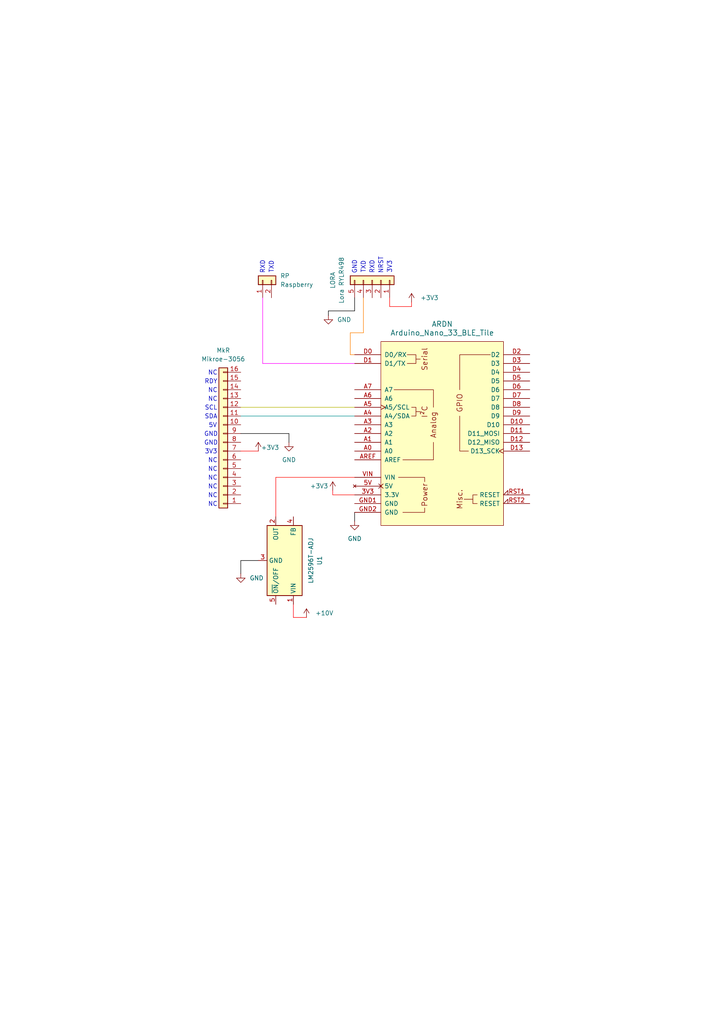
<source format=kicad_sch>
(kicad_sch
	(version 20250114)
	(generator "eeschema")
	(generator_version "9.0")
	(uuid "f7585f46-fe39-463d-b0d9-212ba2b7ee96")
	(paper "A4" portrait)
	(title_block
		(title "ModuloA")
		(date "2025-11-29")
	)
	(lib_symbols
		(symbol "Connector_Generic:Conn_01x02"
			(pin_names
				(offset 1.016)
				(hide yes)
			)
			(exclude_from_sim no)
			(in_bom yes)
			(on_board yes)
			(property "Reference" "J"
				(at 0 2.54 0)
				(effects
					(font
						(size 1.27 1.27)
					)
				)
			)
			(property "Value" "Conn_01x02"
				(at 0 -5.08 0)
				(effects
					(font
						(size 1.27 1.27)
					)
				)
			)
			(property "Footprint" ""
				(at 0 0 0)
				(effects
					(font
						(size 1.27 1.27)
					)
					(hide yes)
				)
			)
			(property "Datasheet" "~"
				(at 0 0 0)
				(effects
					(font
						(size 1.27 1.27)
					)
					(hide yes)
				)
			)
			(property "Description" "Generic connector, single row, 01x02, script generated (kicad-library-utils/schlib/autogen/connector/)"
				(at 0 0 0)
				(effects
					(font
						(size 1.27 1.27)
					)
					(hide yes)
				)
			)
			(property "ki_keywords" "connector"
				(at 0 0 0)
				(effects
					(font
						(size 1.27 1.27)
					)
					(hide yes)
				)
			)
			(property "ki_fp_filters" "Connector*:*_1x??_*"
				(at 0 0 0)
				(effects
					(font
						(size 1.27 1.27)
					)
					(hide yes)
				)
			)
			(symbol "Conn_01x02_1_1"
				(rectangle
					(start -1.27 1.27)
					(end 1.27 -3.81)
					(stroke
						(width 0.254)
						(type default)
					)
					(fill
						(type background)
					)
				)
				(rectangle
					(start -1.27 0.127)
					(end 0 -0.127)
					(stroke
						(width 0.1524)
						(type default)
					)
					(fill
						(type none)
					)
				)
				(rectangle
					(start -1.27 -2.413)
					(end 0 -2.667)
					(stroke
						(width 0.1524)
						(type default)
					)
					(fill
						(type none)
					)
				)
				(pin passive line
					(at -5.08 0 0)
					(length 3.81)
					(name "Pin_1"
						(effects
							(font
								(size 1.27 1.27)
							)
						)
					)
					(number "1"
						(effects
							(font
								(size 1.27 1.27)
							)
						)
					)
				)
				(pin passive line
					(at -5.08 -2.54 0)
					(length 3.81)
					(name "Pin_2"
						(effects
							(font
								(size 1.27 1.27)
							)
						)
					)
					(number "2"
						(effects
							(font
								(size 1.27 1.27)
							)
						)
					)
				)
			)
			(embedded_fonts no)
		)
		(symbol "Connector_Generic:Conn_01x05"
			(pin_names
				(offset 1.016)
				(hide yes)
			)
			(exclude_from_sim no)
			(in_bom yes)
			(on_board yes)
			(property "Reference" "J"
				(at 0 7.62 0)
				(effects
					(font
						(size 1.27 1.27)
					)
				)
			)
			(property "Value" "Conn_01x05"
				(at 0 -7.62 0)
				(effects
					(font
						(size 1.27 1.27)
					)
				)
			)
			(property "Footprint" ""
				(at 0 0 0)
				(effects
					(font
						(size 1.27 1.27)
					)
					(hide yes)
				)
			)
			(property "Datasheet" "~"
				(at 0 0 0)
				(effects
					(font
						(size 1.27 1.27)
					)
					(hide yes)
				)
			)
			(property "Description" "Generic connector, single row, 01x05, script generated (kicad-library-utils/schlib/autogen/connector/)"
				(at 0 0 0)
				(effects
					(font
						(size 1.27 1.27)
					)
					(hide yes)
				)
			)
			(property "ki_keywords" "connector"
				(at 0 0 0)
				(effects
					(font
						(size 1.27 1.27)
					)
					(hide yes)
				)
			)
			(property "ki_fp_filters" "Connector*:*_1x??_*"
				(at 0 0 0)
				(effects
					(font
						(size 1.27 1.27)
					)
					(hide yes)
				)
			)
			(symbol "Conn_01x05_1_1"
				(rectangle
					(start -1.27 6.35)
					(end 1.27 -6.35)
					(stroke
						(width 0.254)
						(type default)
					)
					(fill
						(type background)
					)
				)
				(rectangle
					(start -1.27 5.207)
					(end 0 4.953)
					(stroke
						(width 0.1524)
						(type default)
					)
					(fill
						(type none)
					)
				)
				(rectangle
					(start -1.27 2.667)
					(end 0 2.413)
					(stroke
						(width 0.1524)
						(type default)
					)
					(fill
						(type none)
					)
				)
				(rectangle
					(start -1.27 0.127)
					(end 0 -0.127)
					(stroke
						(width 0.1524)
						(type default)
					)
					(fill
						(type none)
					)
				)
				(rectangle
					(start -1.27 -2.413)
					(end 0 -2.667)
					(stroke
						(width 0.1524)
						(type default)
					)
					(fill
						(type none)
					)
				)
				(rectangle
					(start -1.27 -4.953)
					(end 0 -5.207)
					(stroke
						(width 0.1524)
						(type default)
					)
					(fill
						(type none)
					)
				)
				(pin passive line
					(at -5.08 5.08 0)
					(length 3.81)
					(name "Pin_1"
						(effects
							(font
								(size 1.27 1.27)
							)
						)
					)
					(number "1"
						(effects
							(font
								(size 1.27 1.27)
							)
						)
					)
				)
				(pin passive line
					(at -5.08 2.54 0)
					(length 3.81)
					(name "Pin_2"
						(effects
							(font
								(size 1.27 1.27)
							)
						)
					)
					(number "2"
						(effects
							(font
								(size 1.27 1.27)
							)
						)
					)
				)
				(pin passive line
					(at -5.08 0 0)
					(length 3.81)
					(name "Pin_3"
						(effects
							(font
								(size 1.27 1.27)
							)
						)
					)
					(number "3"
						(effects
							(font
								(size 1.27 1.27)
							)
						)
					)
				)
				(pin passive line
					(at -5.08 -2.54 0)
					(length 3.81)
					(name "Pin_4"
						(effects
							(font
								(size 1.27 1.27)
							)
						)
					)
					(number "4"
						(effects
							(font
								(size 1.27 1.27)
							)
						)
					)
				)
				(pin passive line
					(at -5.08 -5.08 0)
					(length 3.81)
					(name "Pin_5"
						(effects
							(font
								(size 1.27 1.27)
							)
						)
					)
					(number "5"
						(effects
							(font
								(size 1.27 1.27)
							)
						)
					)
				)
			)
			(embedded_fonts no)
		)
		(symbol "Connector_Generic:Conn_01x16"
			(pin_names
				(offset 1.016)
				(hide yes)
			)
			(exclude_from_sim no)
			(in_bom yes)
			(on_board yes)
			(property "Reference" "J"
				(at 0 20.32 0)
				(effects
					(font
						(size 1.27 1.27)
					)
				)
			)
			(property "Value" "Conn_01x16"
				(at 0 -22.86 0)
				(effects
					(font
						(size 1.27 1.27)
					)
				)
			)
			(property "Footprint" ""
				(at 0 0 0)
				(effects
					(font
						(size 1.27 1.27)
					)
					(hide yes)
				)
			)
			(property "Datasheet" "~"
				(at 0 0 0)
				(effects
					(font
						(size 1.27 1.27)
					)
					(hide yes)
				)
			)
			(property "Description" "Generic connector, single row, 01x16, script generated (kicad-library-utils/schlib/autogen/connector/)"
				(at 0 0 0)
				(effects
					(font
						(size 1.27 1.27)
					)
					(hide yes)
				)
			)
			(property "ki_keywords" "connector"
				(at 0 0 0)
				(effects
					(font
						(size 1.27 1.27)
					)
					(hide yes)
				)
			)
			(property "ki_fp_filters" "Connector*:*_1x??_*"
				(at 0 0 0)
				(effects
					(font
						(size 1.27 1.27)
					)
					(hide yes)
				)
			)
			(symbol "Conn_01x16_1_1"
				(rectangle
					(start -1.27 19.05)
					(end 1.27 -21.59)
					(stroke
						(width 0.254)
						(type default)
					)
					(fill
						(type background)
					)
				)
				(rectangle
					(start -1.27 17.907)
					(end 0 17.653)
					(stroke
						(width 0.1524)
						(type default)
					)
					(fill
						(type none)
					)
				)
				(rectangle
					(start -1.27 15.367)
					(end 0 15.113)
					(stroke
						(width 0.1524)
						(type default)
					)
					(fill
						(type none)
					)
				)
				(rectangle
					(start -1.27 12.827)
					(end 0 12.573)
					(stroke
						(width 0.1524)
						(type default)
					)
					(fill
						(type none)
					)
				)
				(rectangle
					(start -1.27 10.287)
					(end 0 10.033)
					(stroke
						(width 0.1524)
						(type default)
					)
					(fill
						(type none)
					)
				)
				(rectangle
					(start -1.27 7.747)
					(end 0 7.493)
					(stroke
						(width 0.1524)
						(type default)
					)
					(fill
						(type none)
					)
				)
				(rectangle
					(start -1.27 5.207)
					(end 0 4.953)
					(stroke
						(width 0.1524)
						(type default)
					)
					(fill
						(type none)
					)
				)
				(rectangle
					(start -1.27 2.667)
					(end 0 2.413)
					(stroke
						(width 0.1524)
						(type default)
					)
					(fill
						(type none)
					)
				)
				(rectangle
					(start -1.27 0.127)
					(end 0 -0.127)
					(stroke
						(width 0.1524)
						(type default)
					)
					(fill
						(type none)
					)
				)
				(rectangle
					(start -1.27 -2.413)
					(end 0 -2.667)
					(stroke
						(width 0.1524)
						(type default)
					)
					(fill
						(type none)
					)
				)
				(rectangle
					(start -1.27 -4.953)
					(end 0 -5.207)
					(stroke
						(width 0.1524)
						(type default)
					)
					(fill
						(type none)
					)
				)
				(rectangle
					(start -1.27 -7.493)
					(end 0 -7.747)
					(stroke
						(width 0.1524)
						(type default)
					)
					(fill
						(type none)
					)
				)
				(rectangle
					(start -1.27 -10.033)
					(end 0 -10.287)
					(stroke
						(width 0.1524)
						(type default)
					)
					(fill
						(type none)
					)
				)
				(rectangle
					(start -1.27 -12.573)
					(end 0 -12.827)
					(stroke
						(width 0.1524)
						(type default)
					)
					(fill
						(type none)
					)
				)
				(rectangle
					(start -1.27 -15.113)
					(end 0 -15.367)
					(stroke
						(width 0.1524)
						(type default)
					)
					(fill
						(type none)
					)
				)
				(rectangle
					(start -1.27 -17.653)
					(end 0 -17.907)
					(stroke
						(width 0.1524)
						(type default)
					)
					(fill
						(type none)
					)
				)
				(rectangle
					(start -1.27 -20.193)
					(end 0 -20.447)
					(stroke
						(width 0.1524)
						(type default)
					)
					(fill
						(type none)
					)
				)
				(pin passive line
					(at -5.08 17.78 0)
					(length 3.81)
					(name "Pin_1"
						(effects
							(font
								(size 1.27 1.27)
							)
						)
					)
					(number "1"
						(effects
							(font
								(size 1.27 1.27)
							)
						)
					)
				)
				(pin passive line
					(at -5.08 15.24 0)
					(length 3.81)
					(name "Pin_2"
						(effects
							(font
								(size 1.27 1.27)
							)
						)
					)
					(number "2"
						(effects
							(font
								(size 1.27 1.27)
							)
						)
					)
				)
				(pin passive line
					(at -5.08 12.7 0)
					(length 3.81)
					(name "Pin_3"
						(effects
							(font
								(size 1.27 1.27)
							)
						)
					)
					(number "3"
						(effects
							(font
								(size 1.27 1.27)
							)
						)
					)
				)
				(pin passive line
					(at -5.08 10.16 0)
					(length 3.81)
					(name "Pin_4"
						(effects
							(font
								(size 1.27 1.27)
							)
						)
					)
					(number "4"
						(effects
							(font
								(size 1.27 1.27)
							)
						)
					)
				)
				(pin passive line
					(at -5.08 7.62 0)
					(length 3.81)
					(name "Pin_5"
						(effects
							(font
								(size 1.27 1.27)
							)
						)
					)
					(number "5"
						(effects
							(font
								(size 1.27 1.27)
							)
						)
					)
				)
				(pin passive line
					(at -5.08 5.08 0)
					(length 3.81)
					(name "Pin_6"
						(effects
							(font
								(size 1.27 1.27)
							)
						)
					)
					(number "6"
						(effects
							(font
								(size 1.27 1.27)
							)
						)
					)
				)
				(pin passive line
					(at -5.08 2.54 0)
					(length 3.81)
					(name "Pin_7"
						(effects
							(font
								(size 1.27 1.27)
							)
						)
					)
					(number "7"
						(effects
							(font
								(size 1.27 1.27)
							)
						)
					)
				)
				(pin passive line
					(at -5.08 0 0)
					(length 3.81)
					(name "Pin_8"
						(effects
							(font
								(size 1.27 1.27)
							)
						)
					)
					(number "8"
						(effects
							(font
								(size 1.27 1.27)
							)
						)
					)
				)
				(pin passive line
					(at -5.08 -2.54 0)
					(length 3.81)
					(name "Pin_9"
						(effects
							(font
								(size 1.27 1.27)
							)
						)
					)
					(number "9"
						(effects
							(font
								(size 1.27 1.27)
							)
						)
					)
				)
				(pin passive line
					(at -5.08 -5.08 0)
					(length 3.81)
					(name "Pin_10"
						(effects
							(font
								(size 1.27 1.27)
							)
						)
					)
					(number "10"
						(effects
							(font
								(size 1.27 1.27)
							)
						)
					)
				)
				(pin passive line
					(at -5.08 -7.62 0)
					(length 3.81)
					(name "Pin_11"
						(effects
							(font
								(size 1.27 1.27)
							)
						)
					)
					(number "11"
						(effects
							(font
								(size 1.27 1.27)
							)
						)
					)
				)
				(pin passive line
					(at -5.08 -10.16 0)
					(length 3.81)
					(name "Pin_12"
						(effects
							(font
								(size 1.27 1.27)
							)
						)
					)
					(number "12"
						(effects
							(font
								(size 1.27 1.27)
							)
						)
					)
				)
				(pin passive line
					(at -5.08 -12.7 0)
					(length 3.81)
					(name "Pin_13"
						(effects
							(font
								(size 1.27 1.27)
							)
						)
					)
					(number "13"
						(effects
							(font
								(size 1.27 1.27)
							)
						)
					)
				)
				(pin passive line
					(at -5.08 -15.24 0)
					(length 3.81)
					(name "Pin_14"
						(effects
							(font
								(size 1.27 1.27)
							)
						)
					)
					(number "14"
						(effects
							(font
								(size 1.27 1.27)
							)
						)
					)
				)
				(pin passive line
					(at -5.08 -17.78 0)
					(length 3.81)
					(name "Pin_15"
						(effects
							(font
								(size 1.27 1.27)
							)
						)
					)
					(number "15"
						(effects
							(font
								(size 1.27 1.27)
							)
						)
					)
				)
				(pin passive line
					(at -5.08 -20.32 0)
					(length 3.81)
					(name "Pin_16"
						(effects
							(font
								(size 1.27 1.27)
							)
						)
					)
					(number "16"
						(effects
							(font
								(size 1.27 1.27)
							)
						)
					)
				)
			)
			(embedded_fonts no)
		)
		(symbol "Regulator_Switching:LM2596T-ADJ"
			(exclude_from_sim no)
			(in_bom yes)
			(on_board yes)
			(property "Reference" "U"
				(at -10.16 6.35 0)
				(effects
					(font
						(size 1.27 1.27)
					)
					(justify left)
				)
			)
			(property "Value" "LM2596T-ADJ"
				(at 0 6.35 0)
				(effects
					(font
						(size 1.27 1.27)
					)
					(justify left)
				)
			)
			(property "Footprint" "Package_TO_SOT_THT:TO-220-5_P3.4x3.7mm_StaggerOdd_Lead3.8mm_Vertical"
				(at 1.27 -6.35 0)
				(effects
					(font
						(size 1.27 1.27)
						(italic yes)
					)
					(justify left)
					(hide yes)
				)
			)
			(property "Datasheet" "http://www.ti.com/lit/ds/symlink/lm2596.pdf"
				(at 0 0 0)
				(effects
					(font
						(size 1.27 1.27)
					)
					(hide yes)
				)
			)
			(property "Description" "Adjustable 3A 150kHz Step-Down Voltage Regulator, TO-220"
				(at 0 0 0)
				(effects
					(font
						(size 1.27 1.27)
					)
					(hide yes)
				)
			)
			(property "ki_keywords" "Step-Down Voltage Regulator Adjustable 3A"
				(at 0 0 0)
				(effects
					(font
						(size 1.27 1.27)
					)
					(hide yes)
				)
			)
			(property "ki_fp_filters" "TO?220*"
				(at 0 0 0)
				(effects
					(font
						(size 1.27 1.27)
					)
					(hide yes)
				)
			)
			(symbol "LM2596T-ADJ_0_1"
				(rectangle
					(start -10.16 5.08)
					(end 10.16 -5.08)
					(stroke
						(width 0.254)
						(type default)
					)
					(fill
						(type background)
					)
				)
			)
			(symbol "LM2596T-ADJ_1_1"
				(pin power_in line
					(at -12.7 2.54 0)
					(length 2.54)
					(name "VIN"
						(effects
							(font
								(size 1.27 1.27)
							)
						)
					)
					(number "1"
						(effects
							(font
								(size 1.27 1.27)
							)
						)
					)
				)
				(pin input line
					(at -12.7 -2.54 0)
					(length 2.54)
					(name "~{ON}/OFF"
						(effects
							(font
								(size 1.27 1.27)
							)
						)
					)
					(number "5"
						(effects
							(font
								(size 1.27 1.27)
							)
						)
					)
				)
				(pin power_in line
					(at 0 -7.62 90)
					(length 2.54)
					(name "GND"
						(effects
							(font
								(size 1.27 1.27)
							)
						)
					)
					(number "3"
						(effects
							(font
								(size 1.27 1.27)
							)
						)
					)
				)
				(pin input line
					(at 12.7 2.54 180)
					(length 2.54)
					(name "FB"
						(effects
							(font
								(size 1.27 1.27)
							)
						)
					)
					(number "4"
						(effects
							(font
								(size 1.27 1.27)
							)
						)
					)
				)
				(pin output line
					(at 12.7 -2.54 180)
					(length 2.54)
					(name "OUT"
						(effects
							(font
								(size 1.27 1.27)
							)
						)
					)
					(number "2"
						(effects
							(font
								(size 1.27 1.27)
							)
						)
					)
				)
			)
			(embedded_fonts no)
		)
		(symbol "arduino:Arduino_Nano_33_BLE_Tile"
			(pin_names
				(offset 1.016)
			)
			(exclude_from_sim no)
			(in_bom yes)
			(on_board yes)
			(property "Reference" "A"
				(at 0 33.02 0)
				(effects
					(font
						(size 1.524 1.524)
					)
				)
			)
			(property "Value" "Arduino_Nano_33_BLE_Tile"
				(at 0 29.21 0)
				(effects
					(font
						(size 1.524 1.524)
					)
				)
			)
			(property "Footprint" "PCM_arduino-library:Arduino_Nano_Every_Tile"
				(at 0 -34.29 0)
				(effects
					(font
						(size 1.524 1.524)
					)
					(hide yes)
				)
			)
			(property "Datasheet" "https://docs.arduino.cc/hardware/nano-33-ble"
				(at 0 -30.48 0)
				(effects
					(font
						(size 1.524 1.524)
					)
					(hide yes)
				)
			)
			(property "Description" "Tile (SMD Pads) for Arduino Nano 33 BLE"
				(at 0 0 0)
				(effects
					(font
						(size 1.27 1.27)
					)
					(hide yes)
				)
			)
			(property "ki_keywords" "Arduino MPU Shield"
				(at 0 0 0)
				(effects
					(font
						(size 1.27 1.27)
					)
					(hide yes)
				)
			)
			(property "ki_fp_filters" "Arduino_Nano_Every_Tile"
				(at 0 0 0)
				(effects
					(font
						(size 1.27 1.27)
					)
					(hide yes)
				)
			)
			(symbol "Arduino_Nano_33_BLE_Tile_0_0"
				(rectangle
					(start -17.78 26.67)
					(end 17.78 -26.67)
					(stroke
						(width 0)
						(type default)
					)
					(fill
						(type background)
					)
				)
				(polyline
					(pts
						(xy -11.43 -22.86) (xy -5.08 -22.86) (xy -5.08 -21.59)
					)
					(stroke
						(width 0)
						(type default)
					)
					(fill
						(type none)
					)
				)
				(polyline
					(pts
						(xy -10.16 22.86) (xy -7.62 22.86) (xy -7.62 20.32) (xy -10.16 20.32)
					)
					(stroke
						(width 0)
						(type default)
					)
					(fill
						(type none)
					)
				)
				(polyline
					(pts
						(xy -8.89 7.62) (xy -7.62 7.62) (xy -7.62 5.08) (xy -8.89 5.08)
					)
					(stroke
						(width 0)
						(type default)
					)
					(fill
						(type none)
					)
				)
				(polyline
					(pts
						(xy -7.62 21.59) (xy -6.35 21.59)
					)
					(stroke
						(width 0)
						(type default)
					)
					(fill
						(type none)
					)
				)
				(polyline
					(pts
						(xy -7.62 6.35) (xy -6.35 6.35)
					)
					(stroke
						(width 0)
						(type default)
					)
					(fill
						(type none)
					)
				)
				(polyline
					(pts
						(xy -5.08 -13.97) (xy -5.08 -12.7) (xy -12.7 -12.7)
					)
					(stroke
						(width 0)
						(type default)
					)
					(fill
						(type none)
					)
				)
				(polyline
					(pts
						(xy 8.89 -19.05) (xy 6.35 -19.05)
					)
					(stroke
						(width 0)
						(type default)
					)
					(fill
						(type none)
					)
				)
				(text "Serial"
					(at -5.08 21.59 900)
					(effects
						(font
							(size 1.524 1.524)
						)
					)
				)
				(text "I²C"
					(at -5.08 6.35 900)
					(effects
						(font
							(size 1.524 1.524)
						)
					)
				)
				(text "Power"
					(at -5.08 -17.78 900)
					(effects
						(font
							(size 1.524 1.524)
						)
					)
				)
				(text "Analog"
					(at -2.54 2.54 900)
					(effects
						(font
							(size 1.524 1.524)
						)
					)
				)
				(text "Misc."
					(at 5.08 -19.05 900)
					(effects
						(font
							(size 1.524 1.524)
						)
					)
				)
			)
			(symbol "Arduino_Nano_33_BLE_Tile_0_1"
				(polyline
					(pts
						(xy -13.97 12.7) (xy -2.54 12.7) (xy -2.54 7.62)
					)
					(stroke
						(width 0)
						(type default)
					)
					(fill
						(type none)
					)
				)
				(polyline
					(pts
						(xy -11.43 -7.62) (xy -2.54 -7.62) (xy -2.54 -2.54)
					)
					(stroke
						(width 0)
						(type default)
					)
					(fill
						(type none)
					)
				)
				(polyline
					(pts
						(xy 7.62 -5.08) (xy 5.08 -5.08) (xy 5.08 5.08)
					)
					(stroke
						(width 0)
						(type default)
					)
					(fill
						(type none)
					)
				)
				(polyline
					(pts
						(xy 10.16 -17.78) (xy 8.89 -17.78) (xy 8.89 -20.32) (xy 10.16 -20.32)
					)
					(stroke
						(width 0)
						(type default)
					)
					(fill
						(type none)
					)
				)
				(polyline
					(pts
						(xy 13.97 22.86) (xy 5.08 22.86) (xy 5.08 12.7)
					)
					(stroke
						(width 0)
						(type default)
					)
					(fill
						(type none)
					)
				)
			)
			(symbol "Arduino_Nano_33_BLE_Tile_1_0"
				(text "GPIO"
					(at 5.08 8.89 900)
					(effects
						(font
							(size 1.524 1.524)
						)
					)
				)
			)
			(symbol "Arduino_Nano_33_BLE_Tile_1_1"
				(pin bidirectional line
					(at -25.4 22.86 0)
					(length 7.62)
					(name "D0/RX"
						(effects
							(font
								(size 1.27 1.27)
							)
						)
					)
					(number "D0"
						(effects
							(font
								(size 1.27 1.27)
							)
						)
					)
				)
				(pin bidirectional line
					(at -25.4 20.32 0)
					(length 7.62)
					(name "D1/TX"
						(effects
							(font
								(size 1.27 1.27)
							)
						)
					)
					(number "D1"
						(effects
							(font
								(size 1.27 1.27)
							)
						)
					)
				)
				(pin input line
					(at -25.4 12.7 0)
					(length 7.62)
					(name "A7"
						(effects
							(font
								(size 1.27 1.27)
							)
						)
					)
					(number "A7"
						(effects
							(font
								(size 1.27 1.27)
							)
						)
					)
				)
				(pin input line
					(at -25.4 10.16 0)
					(length 7.62)
					(name "A6"
						(effects
							(font
								(size 1.27 1.27)
							)
						)
					)
					(number "A6"
						(effects
							(font
								(size 1.27 1.27)
							)
						)
					)
				)
				(pin bidirectional clock
					(at -25.4 7.62 0)
					(length 7.62)
					(name "A5/SCL"
						(effects
							(font
								(size 1.27 1.27)
							)
						)
					)
					(number "A5"
						(effects
							(font
								(size 1.27 1.27)
							)
						)
					)
				)
				(pin bidirectional line
					(at -25.4 5.08 0)
					(length 7.62)
					(name "A4/SDA"
						(effects
							(font
								(size 1.27 1.27)
							)
						)
					)
					(number "A4"
						(effects
							(font
								(size 1.27 1.27)
							)
						)
					)
				)
				(pin bidirectional line
					(at -25.4 2.54 0)
					(length 7.62)
					(name "A3"
						(effects
							(font
								(size 1.27 1.27)
							)
						)
					)
					(number "A3"
						(effects
							(font
								(size 1.27 1.27)
							)
						)
					)
				)
				(pin bidirectional line
					(at -25.4 0 0)
					(length 7.62)
					(name "A2"
						(effects
							(font
								(size 1.27 1.27)
							)
						)
					)
					(number "A2"
						(effects
							(font
								(size 1.27 1.27)
							)
						)
					)
				)
				(pin bidirectional line
					(at -25.4 -2.54 0)
					(length 7.62)
					(name "A1"
						(effects
							(font
								(size 1.27 1.27)
							)
						)
					)
					(number "A1"
						(effects
							(font
								(size 1.27 1.27)
							)
						)
					)
				)
				(pin bidirectional line
					(at -25.4 -5.08 0)
					(length 7.62)
					(name "A0"
						(effects
							(font
								(size 1.27 1.27)
							)
						)
					)
					(number "A0"
						(effects
							(font
								(size 1.27 1.27)
							)
						)
					)
				)
				(pin input line
					(at -25.4 -7.62 0)
					(length 7.62)
					(name "AREF"
						(effects
							(font
								(size 1.27 1.27)
							)
						)
					)
					(number "AREF"
						(effects
							(font
								(size 1.27 1.27)
							)
						)
					)
				)
				(pin power_in line
					(at -25.4 -12.7 0)
					(length 7.62)
					(name "VIN"
						(effects
							(font
								(size 1.27 1.27)
							)
						)
					)
					(number "VIN"
						(effects
							(font
								(size 1.27 1.27)
							)
						)
					)
				)
				(pin no_connect non_logic
					(at -25.4 -15.24 0)
					(length 7.62)
					(name "5V"
						(effects
							(font
								(size 1.27 1.27)
							)
						)
					)
					(number "5V"
						(effects
							(font
								(size 1.27 1.27)
							)
						)
					)
				)
				(pin power_in line
					(at -25.4 -17.78 0)
					(length 7.62)
					(name "3.3V"
						(effects
							(font
								(size 1.27 1.27)
							)
						)
					)
					(number "3V3"
						(effects
							(font
								(size 1.27 1.27)
							)
						)
					)
				)
				(pin power_in line
					(at -25.4 -20.32 0)
					(length 7.62)
					(name "GND"
						(effects
							(font
								(size 1.27 1.27)
							)
						)
					)
					(number "GND1"
						(effects
							(font
								(size 1.27 1.27)
							)
						)
					)
				)
				(pin power_in line
					(at -25.4 -22.86 0)
					(length 7.62)
					(name "GND"
						(effects
							(font
								(size 1.27 1.27)
							)
						)
					)
					(number "GND2"
						(effects
							(font
								(size 1.27 1.27)
							)
						)
					)
				)
				(pin bidirectional line
					(at 25.4 22.86 180)
					(length 7.62)
					(name "D2"
						(effects
							(font
								(size 1.27 1.27)
							)
						)
					)
					(number "D2"
						(effects
							(font
								(size 1.27 1.27)
							)
						)
					)
				)
				(pin bidirectional line
					(at 25.4 20.32 180)
					(length 7.62)
					(name "D3"
						(effects
							(font
								(size 1.27 1.27)
							)
						)
					)
					(number "D3"
						(effects
							(font
								(size 1.27 1.27)
							)
						)
					)
				)
				(pin bidirectional line
					(at 25.4 17.78 180)
					(length 7.62)
					(name "D4"
						(effects
							(font
								(size 1.27 1.27)
							)
						)
					)
					(number "D4"
						(effects
							(font
								(size 1.27 1.27)
							)
						)
					)
				)
				(pin bidirectional line
					(at 25.4 15.24 180)
					(length 7.62)
					(name "D5"
						(effects
							(font
								(size 1.27 1.27)
							)
						)
					)
					(number "D5"
						(effects
							(font
								(size 1.27 1.27)
							)
						)
					)
				)
				(pin bidirectional line
					(at 25.4 12.7 180)
					(length 7.62)
					(name "D6"
						(effects
							(font
								(size 1.27 1.27)
							)
						)
					)
					(number "D6"
						(effects
							(font
								(size 1.27 1.27)
							)
						)
					)
				)
				(pin bidirectional line
					(at 25.4 10.16 180)
					(length 7.62)
					(name "D7"
						(effects
							(font
								(size 1.27 1.27)
							)
						)
					)
					(number "D7"
						(effects
							(font
								(size 1.27 1.27)
							)
						)
					)
				)
				(pin bidirectional line
					(at 25.4 7.62 180)
					(length 7.62)
					(name "D8"
						(effects
							(font
								(size 1.27 1.27)
							)
						)
					)
					(number "D8"
						(effects
							(font
								(size 1.27 1.27)
							)
						)
					)
				)
				(pin bidirectional line
					(at 25.4 5.08 180)
					(length 7.62)
					(name "D9"
						(effects
							(font
								(size 1.27 1.27)
							)
						)
					)
					(number "D9"
						(effects
							(font
								(size 1.27 1.27)
							)
						)
					)
				)
				(pin bidirectional line
					(at 25.4 2.54 180)
					(length 7.62)
					(name "D10"
						(effects
							(font
								(size 1.27 1.27)
							)
						)
					)
					(number "D10"
						(effects
							(font
								(size 1.27 1.27)
							)
						)
					)
				)
				(pin bidirectional line
					(at 25.4 0 180)
					(length 7.62)
					(name "D11_MOSI"
						(effects
							(font
								(size 1.27 1.27)
							)
						)
					)
					(number "D11"
						(effects
							(font
								(size 1.27 1.27)
							)
						)
					)
				)
				(pin bidirectional line
					(at 25.4 -2.54 180)
					(length 7.62)
					(name "D12_MISO"
						(effects
							(font
								(size 1.27 1.27)
							)
						)
					)
					(number "D12"
						(effects
							(font
								(size 1.27 1.27)
							)
						)
					)
				)
				(pin bidirectional clock
					(at 25.4 -5.08 180)
					(length 7.62)
					(name "D13_SCK"
						(effects
							(font
								(size 1.27 1.27)
							)
						)
					)
					(number "D13"
						(effects
							(font
								(size 1.27 1.27)
							)
						)
					)
				)
				(pin open_collector input_low
					(at 25.4 -17.78 180)
					(length 7.62)
					(name "RESET"
						(effects
							(font
								(size 1.27 1.27)
							)
						)
					)
					(number "RST1"
						(effects
							(font
								(size 1.27 1.27)
							)
						)
					)
				)
				(pin open_collector input_low
					(at 25.4 -20.32 180)
					(length 7.62)
					(name "RESET"
						(effects
							(font
								(size 1.27 1.27)
							)
						)
					)
					(number "RST2"
						(effects
							(font
								(size 1.27 1.27)
							)
						)
					)
				)
			)
			(embedded_fonts no)
		)
		(symbol "power:+10V"
			(power)
			(pin_numbers
				(hide yes)
			)
			(pin_names
				(offset 0)
				(hide yes)
			)
			(exclude_from_sim no)
			(in_bom yes)
			(on_board yes)
			(property "Reference" "#PWR"
				(at 0 -3.81 0)
				(effects
					(font
						(size 1.27 1.27)
					)
					(hide yes)
				)
			)
			(property "Value" "+10V"
				(at 0 3.556 0)
				(effects
					(font
						(size 1.27 1.27)
					)
				)
			)
			(property "Footprint" ""
				(at 0 0 0)
				(effects
					(font
						(size 1.27 1.27)
					)
					(hide yes)
				)
			)
			(property "Datasheet" ""
				(at 0 0 0)
				(effects
					(font
						(size 1.27 1.27)
					)
					(hide yes)
				)
			)
			(property "Description" "Power symbol creates a global label with name \"+10V\""
				(at 0 0 0)
				(effects
					(font
						(size 1.27 1.27)
					)
					(hide yes)
				)
			)
			(property "ki_keywords" "global power"
				(at 0 0 0)
				(effects
					(font
						(size 1.27 1.27)
					)
					(hide yes)
				)
			)
			(symbol "+10V_0_1"
				(polyline
					(pts
						(xy -0.762 1.27) (xy 0 2.54)
					)
					(stroke
						(width 0)
						(type default)
					)
					(fill
						(type none)
					)
				)
				(polyline
					(pts
						(xy 0 2.54) (xy 0.762 1.27)
					)
					(stroke
						(width 0)
						(type default)
					)
					(fill
						(type none)
					)
				)
				(polyline
					(pts
						(xy 0 0) (xy 0 2.54)
					)
					(stroke
						(width 0)
						(type default)
					)
					(fill
						(type none)
					)
				)
			)
			(symbol "+10V_1_1"
				(pin power_in line
					(at 0 0 90)
					(length 0)
					(name "~"
						(effects
							(font
								(size 1.27 1.27)
							)
						)
					)
					(number "1"
						(effects
							(font
								(size 1.27 1.27)
							)
						)
					)
				)
			)
			(embedded_fonts no)
		)
		(symbol "power:+3V3"
			(power)
			(pin_numbers
				(hide yes)
			)
			(pin_names
				(offset 0)
				(hide yes)
			)
			(exclude_from_sim no)
			(in_bom yes)
			(on_board yes)
			(property "Reference" "#PWR"
				(at 0 -3.81 0)
				(effects
					(font
						(size 1.27 1.27)
					)
					(hide yes)
				)
			)
			(property "Value" "+3V3"
				(at 0 3.556 0)
				(effects
					(font
						(size 1.27 1.27)
					)
				)
			)
			(property "Footprint" ""
				(at 0 0 0)
				(effects
					(font
						(size 1.27 1.27)
					)
					(hide yes)
				)
			)
			(property "Datasheet" ""
				(at 0 0 0)
				(effects
					(font
						(size 1.27 1.27)
					)
					(hide yes)
				)
			)
			(property "Description" "Power symbol creates a global label with name \"+3V3\""
				(at 0 0 0)
				(effects
					(font
						(size 1.27 1.27)
					)
					(hide yes)
				)
			)
			(property "ki_keywords" "global power"
				(at 0 0 0)
				(effects
					(font
						(size 1.27 1.27)
					)
					(hide yes)
				)
			)
			(symbol "+3V3_0_1"
				(polyline
					(pts
						(xy -0.762 1.27) (xy 0 2.54)
					)
					(stroke
						(width 0)
						(type default)
					)
					(fill
						(type none)
					)
				)
				(polyline
					(pts
						(xy 0 2.54) (xy 0.762 1.27)
					)
					(stroke
						(width 0)
						(type default)
					)
					(fill
						(type none)
					)
				)
				(polyline
					(pts
						(xy 0 0) (xy 0 2.54)
					)
					(stroke
						(width 0)
						(type default)
					)
					(fill
						(type none)
					)
				)
			)
			(symbol "+3V3_1_1"
				(pin power_in line
					(at 0 0 90)
					(length 0)
					(name "~"
						(effects
							(font
								(size 1.27 1.27)
							)
						)
					)
					(number "1"
						(effects
							(font
								(size 1.27 1.27)
							)
						)
					)
				)
			)
			(embedded_fonts no)
		)
		(symbol "power:GND"
			(power)
			(pin_numbers
				(hide yes)
			)
			(pin_names
				(offset 0)
				(hide yes)
			)
			(exclude_from_sim no)
			(in_bom yes)
			(on_board yes)
			(property "Reference" "#PWR"
				(at 0 -6.35 0)
				(effects
					(font
						(size 1.27 1.27)
					)
					(hide yes)
				)
			)
			(property "Value" "GND"
				(at 0 -3.81 0)
				(effects
					(font
						(size 1.27 1.27)
					)
				)
			)
			(property "Footprint" ""
				(at 0 0 0)
				(effects
					(font
						(size 1.27 1.27)
					)
					(hide yes)
				)
			)
			(property "Datasheet" ""
				(at 0 0 0)
				(effects
					(font
						(size 1.27 1.27)
					)
					(hide yes)
				)
			)
			(property "Description" "Power symbol creates a global label with name \"GND\" , ground"
				(at 0 0 0)
				(effects
					(font
						(size 1.27 1.27)
					)
					(hide yes)
				)
			)
			(property "ki_keywords" "global power"
				(at 0 0 0)
				(effects
					(font
						(size 1.27 1.27)
					)
					(hide yes)
				)
			)
			(symbol "GND_0_1"
				(polyline
					(pts
						(xy 0 0) (xy 0 -1.27) (xy 1.27 -1.27) (xy 0 -2.54) (xy -1.27 -1.27) (xy 0 -1.27)
					)
					(stroke
						(width 0)
						(type default)
					)
					(fill
						(type none)
					)
				)
			)
			(symbol "GND_1_1"
				(pin power_in line
					(at 0 0 270)
					(length 0)
					(name "~"
						(effects
							(font
								(size 1.27 1.27)
							)
						)
					)
					(number "1"
						(effects
							(font
								(size 1.27 1.27)
							)
						)
					)
				)
			)
			(embedded_fonts no)
		)
	)
	(text "NC"
		(exclude_from_sim no)
		(at 61.722 115.824 0)
		(effects
			(font
				(size 1.27 1.27)
			)
		)
		(uuid "2623553e-e124-4aa7-acec-2c1d26f05c5e")
	)
	(text "RXD"
		(exclude_from_sim no)
		(at 76.2 77.47 90)
		(effects
			(font
				(size 1.27 1.27)
			)
		)
		(uuid "285f0d49-a554-476e-9f1e-f9412ed8d919")
	)
	(text "NC"
		(exclude_from_sim no)
		(at 61.722 113.284 0)
		(effects
			(font
				(size 1.27 1.27)
			)
		)
		(uuid "2bdd9e64-b828-44c3-9af4-34610566b1ac")
	)
	(text "NC"
		(exclude_from_sim no)
		(at 61.722 141.224 0)
		(effects
			(font
				(size 1.27 1.27)
			)
		)
		(uuid "33c00bb4-6d2c-446a-ac8e-36378dadfa61")
	)
	(text "GND"
		(exclude_from_sim no)
		(at 61.214 128.524 0)
		(effects
			(font
				(size 1.27 1.27)
			)
		)
		(uuid "3ee87654-db0e-4d37-9cfa-5287107432a0")
	)
	(text "NRST\n"
		(exclude_from_sim no)
		(at 110.49 76.962 90)
		(effects
			(font
				(size 1.27 1.27)
			)
		)
		(uuid "475d1cb7-411e-4423-a0ec-654b7bd1d1d6")
	)
	(text "5V"
		(exclude_from_sim no)
		(at 61.722 123.444 0)
		(effects
			(font
				(size 1.27 1.27)
			)
		)
		(uuid "5664d740-9e87-4a2e-924d-9fee14da89f6")
	)
	(text "NC"
		(exclude_from_sim no)
		(at 61.722 136.144 0)
		(effects
			(font
				(size 1.27 1.27)
			)
		)
		(uuid "60be58fb-caa4-4358-b7da-a733e6d33c13")
	)
	(text "GND"
		(exclude_from_sim no)
		(at 102.87 77.47 90)
		(effects
			(font
				(size 1.27 1.27)
			)
		)
		(uuid "677f2cf0-9c21-4982-bf4c-1f4ffeebd050")
	)
	(text "3V3"
		(exclude_from_sim no)
		(at 61.214 131.064 0)
		(effects
			(font
				(size 1.27 1.27)
			)
		)
		(uuid "75d9324d-f274-4485-a3f3-ef250aea2836")
	)
	(text "RXD"
		(exclude_from_sim no)
		(at 107.95 77.47 90)
		(effects
			(font
				(size 1.27 1.27)
			)
		)
		(uuid "79ff91e4-a397-4eed-9f4d-ee578c76f55b")
	)
	(text "GND"
		(exclude_from_sim no)
		(at 61.214 125.984 0)
		(effects
			(font
				(size 1.27 1.27)
			)
		)
		(uuid "7c274cc7-393a-4657-a563-e17ebb929183")
	)
	(text "3V3"
		(exclude_from_sim no)
		(at 113.03 77.47 90)
		(effects
			(font
				(size 1.27 1.27)
			)
		)
		(uuid "7e517de9-5156-4306-a112-5ab8f33a263d")
	)
	(text "NC"
		(exclude_from_sim no)
		(at 61.722 133.604 0)
		(effects
			(font
				(size 1.27 1.27)
			)
		)
		(uuid "896c228a-1a9d-4f3d-9579-699745d27558")
	)
	(text "RDY"
		(exclude_from_sim no)
		(at 61.214 110.744 0)
		(effects
			(font
				(size 1.27 1.27)
			)
		)
		(uuid "92ed4523-3a56-4cda-a04b-d8a0054e1d7f")
	)
	(text "NC"
		(exclude_from_sim no)
		(at 61.722 143.764 0)
		(effects
			(font
				(size 1.27 1.27)
			)
		)
		(uuid "9680516f-8ef8-4523-8bce-aa464190f7c5")
	)
	(text "SCL"
		(exclude_from_sim no)
		(at 61.214 118.364 0)
		(effects
			(font
				(size 1.27 1.27)
			)
		)
		(uuid "a1ecc400-6474-455c-aa2a-ab46c9458270")
	)
	(text "SDA"
		(exclude_from_sim no)
		(at 61.214 120.904 0)
		(effects
			(font
				(size 1.27 1.27)
			)
		)
		(uuid "a4f78133-5706-4667-b14a-fb280b8d4d56")
	)
	(text "NC"
		(exclude_from_sim no)
		(at 61.722 138.684 0)
		(effects
			(font
				(size 1.27 1.27)
			)
		)
		(uuid "adaa80ea-8233-4393-83aa-66c61e8d8343")
	)
	(text "TXD"
		(exclude_from_sim no)
		(at 105.41 77.47 90)
		(effects
			(font
				(size 1.27 1.27)
			)
		)
		(uuid "b97a14f7-d18d-4e39-b721-e03264a6ca90")
	)
	(text "NC"
		(exclude_from_sim no)
		(at 61.722 108.204 0)
		(effects
			(font
				(size 1.27 1.27)
			)
		)
		(uuid "baa74dfb-f87c-41ed-bd9a-9936f126ab93")
	)
	(text "TXD"
		(exclude_from_sim no)
		(at 78.74 77.47 90)
		(effects
			(font
				(size 1.27 1.27)
			)
		)
		(uuid "e4ee55bc-cdad-4700-bdf0-2be1bf998792")
	)
	(text "NC"
		(exclude_from_sim no)
		(at 61.722 146.304 0)
		(effects
			(font
				(size 1.27 1.27)
			)
		)
		(uuid "f9172e52-3696-4683-abe8-bf587b5b67d0")
	)
	(wire
		(pts
			(xy 102.87 90.17) (xy 102.87 86.36)
		)
		(stroke
			(width 0)
			(type default)
			(color 0 0 0 1)
		)
		(uuid "0384abe2-c122-4f00-ad00-513a2f487852")
	)
	(wire
		(pts
			(xy 96.52 142.24) (xy 96.52 143.51)
		)
		(stroke
			(width 0)
			(type default)
			(color 255 1 20 1)
		)
		(uuid "04a22e71-eb70-4f2a-a9bf-e5e3dd991ac6")
	)
	(wire
		(pts
			(xy 69.85 120.65) (xy 102.87 120.65)
		)
		(stroke
			(width 0)
			(type default)
			(color 0 144 144 1)
		)
		(uuid "0db0b3dd-4a46-4060-940c-454f1e7a63eb")
	)
	(wire
		(pts
			(xy 88.9 179.07) (xy 85.09 179.07)
		)
		(stroke
			(width 0)
			(type default)
			(color 255 0 2 1)
		)
		(uuid "15714ab5-9b90-4b7a-a39a-92fbdcdf13a6")
	)
	(wire
		(pts
			(xy 69.85 125.73) (xy 83.82 125.73)
		)
		(stroke
			(width 0)
			(type default)
			(color 0 0 0 1)
		)
		(uuid "18893b88-da2b-4e3a-a131-0b0667c31228")
	)
	(wire
		(pts
			(xy 76.2 105.41) (xy 102.87 105.41)
		)
		(stroke
			(width 0)
			(type default)
			(color 255 0 255 1)
		)
		(uuid "27a92cdb-8814-44b0-9b35-8db944f94112")
	)
	(wire
		(pts
			(xy 69.85 118.11) (xy 102.87 118.11)
		)
		(stroke
			(width 0)
			(type default)
			(color 180 180 0 1)
		)
		(uuid "27db075e-1ea5-494b-bfaf-b04660297829")
	)
	(wire
		(pts
			(xy 101.6 102.87) (xy 102.87 102.87)
		)
		(stroke
			(width 0)
			(type default)
			(color 255 128 0 1)
		)
		(uuid "2e080f99-3145-4dbb-96a1-5a3bfbb79df2")
	)
	(wire
		(pts
			(xy 105.41 86.36) (xy 105.41 96.52)
		)
		(stroke
			(width 0)
			(type default)
			(color 255 128 0 1)
		)
		(uuid "3ccdd759-555f-45ae-93ce-d84402b3bf2e")
	)
	(wire
		(pts
			(xy 113.03 88.9) (xy 113.03 86.36)
		)
		(stroke
			(width 0)
			(type default)
			(color 255 0 0 1)
		)
		(uuid "59e12424-63eb-4c31-b611-a75132c460ec")
	)
	(wire
		(pts
			(xy 101.6 96.52) (xy 101.6 102.87)
		)
		(stroke
			(width 0)
			(type default)
			(color 255 128 0 1)
		)
		(uuid "61209ba0-9472-4be2-9914-2ade54e9e51d")
	)
	(wire
		(pts
			(xy 95.25 90.17) (xy 95.25 91.44)
		)
		(stroke
			(width 0)
			(type default)
			(color 0 0 0 1)
		)
		(uuid "6535aac9-1083-47f5-a991-c7f5435bf82d")
	)
	(wire
		(pts
			(xy 80.01 138.43) (xy 80.01 149.86)
		)
		(stroke
			(width 0)
			(type default)
			(color 255 0 3 1)
		)
		(uuid "68eea2aa-6dcd-4783-94a3-c420dfa23c95")
	)
	(wire
		(pts
			(xy 95.25 90.17) (xy 102.87 90.17)
		)
		(stroke
			(width 0)
			(type default)
			(color 0 0 0 1)
		)
		(uuid "6bc23d63-2a2b-4a48-84b8-cc568d54730d")
	)
	(wire
		(pts
			(xy 69.85 166.37) (xy 69.85 162.56)
		)
		(stroke
			(width 0)
			(type default)
			(color 0 0 0 1)
		)
		(uuid "714644bf-ab3b-4259-a71b-b8a2f363e5f1")
	)
	(wire
		(pts
			(xy 85.09 179.07) (xy 85.09 175.26)
		)
		(stroke
			(width 0)
			(type default)
			(color 255 0 15 1)
		)
		(uuid "857b82bb-a2b8-4be0-8ff8-9adae7c9bc63")
	)
	(wire
		(pts
			(xy 76.2 105.41) (xy 76.2 86.36)
		)
		(stroke
			(width 0)
			(type default)
			(color 255 0 255 1)
		)
		(uuid "9f0b1bc9-262a-4b11-8c7f-c9d443912733")
	)
	(wire
		(pts
			(xy 96.52 143.51) (xy 102.87 143.51)
		)
		(stroke
			(width 0)
			(type default)
			(color 255 5 0 1)
		)
		(uuid "a7e28c1a-c57d-4cfa-b2b0-da7b6339cced")
	)
	(wire
		(pts
			(xy 119.38 88.9) (xy 113.03 88.9)
		)
		(stroke
			(width 0)
			(type default)
			(color 255 0 0 1)
		)
		(uuid "acb3e69e-d3a1-4f3c-9b2e-7a43bfd29416")
	)
	(wire
		(pts
			(xy 83.82 128.27) (xy 83.82 125.73)
		)
		(stroke
			(width 0)
			(type default)
			(color 0 0 0 1)
		)
		(uuid "ae48ce2c-e8e4-4264-af2e-9dcbc733649e")
	)
	(wire
		(pts
			(xy 119.38 88.9) (xy 119.38 87.63)
		)
		(stroke
			(width 0)
			(type default)
			(color 255 0 0 1)
		)
		(uuid "bc693855-1d9a-43d1-8491-d74af5bf6111")
	)
	(wire
		(pts
			(xy 69.85 162.56) (xy 74.93 162.56)
		)
		(stroke
			(width 0)
			(type default)
			(color 0 0 0 1)
		)
		(uuid "c29bc1f5-9943-4bca-9475-c73e97c492ce")
	)
	(wire
		(pts
			(xy 69.85 130.81) (xy 74.93 130.81)
		)
		(stroke
			(width 0)
			(type default)
			(color 255 2 0 1)
		)
		(uuid "cabd9b48-0154-42a0-be8b-49d2d28a5038")
	)
	(wire
		(pts
			(xy 80.01 138.43) (xy 102.87 138.43)
		)
		(stroke
			(width 0)
			(type default)
			(color 255 9 2 1)
		)
		(uuid "d4daa775-5ce8-4e17-aba5-5d76e46733ef")
	)
	(wire
		(pts
			(xy 102.87 148.59) (xy 102.87 151.13)
		)
		(stroke
			(width 0)
			(type default)
			(color 0 0 0 1)
		)
		(uuid "ddb8ff75-7cdb-4f77-858e-ce7bd2a2e1e7")
	)
	(wire
		(pts
			(xy 105.41 96.52) (xy 101.6 96.52)
		)
		(stroke
			(width 0)
			(type default)
			(color 255 128 0 1)
		)
		(uuid "fc00c32a-556e-44c7-b2af-c59a24f3e2b2")
	)
	(symbol
		(lib_id "arduino:Arduino_Nano_33_BLE_Tile")
		(at 128.27 125.73 0)
		(unit 1)
		(exclude_from_sim no)
		(in_bom yes)
		(on_board yes)
		(dnp no)
		(fields_autoplaced yes)
		(uuid "0011bd97-17a8-45fb-94dd-530d43dc42d7")
		(property "Reference" "ARDN"
			(at 128.27 93.98 0)
			(effects
				(font
					(size 1.524 1.524)
				)
			)
		)
		(property "Value" "Arduino_Nano_33_BLE_Tile"
			(at 128.27 96.52 0)
			(effects
				(font
					(size 1.524 1.524)
				)
			)
		)
		(property "Footprint" "PCM_arduino-library:Arduino_Nano_Every_Tile"
			(at 128.27 160.02 0)
			(effects
				(font
					(size 1.524 1.524)
				)
				(hide yes)
			)
		)
		(property "Datasheet" "https://docs.arduino.cc/hardware/nano-33-ble"
			(at 128.27 156.21 0)
			(effects
				(font
					(size 1.524 1.524)
				)
				(hide yes)
			)
		)
		(property "Description" "Tile (SMD Pads) for Arduino Nano 33 BLE"
			(at 128.27 125.73 0)
			(effects
				(font
					(size 1.27 1.27)
				)
				(hide yes)
			)
		)
		(pin "D0"
			(uuid "b9c4ab4b-0ca4-4a13-ae37-58c3e9bf343b")
		)
		(pin "AREF"
			(uuid "2279e182-7a62-450e-b249-414a875749a9")
		)
		(pin "D3"
			(uuid "7c0d6ed6-d751-4fdb-9a60-d2d8dcd31c38")
		)
		(pin "A5"
			(uuid "5f88af7c-f7b7-492b-8d5c-a156b7dc5855")
		)
		(pin "A6"
			(uuid "3d372e6d-89b4-4320-b28e-d87c7621e7e0")
		)
		(pin "D13"
			(uuid "38cfd888-f376-4dde-a888-e9da3ec27787")
		)
		(pin "D7"
			(uuid "c49a0314-260e-4d7f-a3b1-c282b7a8339f")
		)
		(pin "D9"
			(uuid "fbd8a47b-d82c-4037-b7a6-946f39a9e22e")
		)
		(pin "A1"
			(uuid "81f2dbc2-d3db-43c0-91ee-8cd00d54b437")
		)
		(pin "GND1"
			(uuid "a837f89b-aada-4e19-8e99-84ebb55b3914")
		)
		(pin "VIN"
			(uuid "0d126269-693b-4165-9cde-22f9ee083380")
		)
		(pin "D11"
			(uuid "7a4a10d2-32c2-4b56-b967-6b3ff79541b6")
		)
		(pin "RST2"
			(uuid "1b90d1e1-2f15-4e26-b60f-70188c1474a2")
		)
		(pin "D12"
			(uuid "af7b9599-6dc9-4b05-9cb2-0694e4d3ec70")
		)
		(pin "3V3"
			(uuid "d1fa8193-70b9-4edd-a2d4-dc99f4cfeb76")
		)
		(pin "A2"
			(uuid "b5aa4896-049a-4370-a11e-90640a59e40d")
		)
		(pin "D2"
			(uuid "e6c08771-7460-44de-991f-f98959e10e9e")
		)
		(pin "D1"
			(uuid "e28aee73-e640-4989-b987-645225ddfb16")
		)
		(pin "D6"
			(uuid "615e6659-599f-47fd-b083-919bee33b0b5")
		)
		(pin "D8"
			(uuid "706c84e5-54e2-4a07-9f0e-e97bbfb82a9c")
		)
		(pin "D4"
			(uuid "580def2a-b709-4032-8e34-8d36830f72c7")
		)
		(pin "A0"
			(uuid "5be238f6-16d8-4748-b519-8304de1ed3b3")
		)
		(pin "D10"
			(uuid "78aad1de-047e-4b64-a43d-ddf75eedb866")
		)
		(pin "D5"
			(uuid "0f778e93-9e24-48e4-a11c-283b31cbb1ca")
		)
		(pin "GND2"
			(uuid "25e63138-4442-40bd-aba2-3cb642351ae1")
		)
		(pin "A4"
			(uuid "949594fc-07d5-4856-bea8-09402a66e66d")
		)
		(pin "5V"
			(uuid "fc5748cf-6d78-4432-8b4d-b2d2ff34088f")
		)
		(pin "A7"
			(uuid "5428ec71-0112-4538-a37f-74d84fdd9b55")
		)
		(pin "RST1"
			(uuid "ae657080-c007-4205-90b8-bf59af571f8c")
		)
		(pin "A3"
			(uuid "3bbe5059-89ea-4380-be08-27f1ad719431")
		)
		(instances
			(project ""
				(path "/f7585f46-fe39-463d-b0d9-212ba2b7ee96"
					(reference "ARDN")
					(unit 1)
				)
			)
		)
	)
	(symbol
		(lib_id "power:GND")
		(at 69.85 166.37 0)
		(unit 1)
		(exclude_from_sim no)
		(in_bom yes)
		(on_board yes)
		(dnp no)
		(fields_autoplaced yes)
		(uuid "23b286ed-e899-4b64-922a-67776ea3100c")
		(property "Reference" "#PWR09"
			(at 69.85 172.72 0)
			(effects
				(font
					(size 1.27 1.27)
				)
				(hide yes)
			)
		)
		(property "Value" "GND"
			(at 72.39 167.6399 0)
			(effects
				(font
					(size 1.27 1.27)
				)
				(justify left)
			)
		)
		(property "Footprint" ""
			(at 69.85 166.37 0)
			(effects
				(font
					(size 1.27 1.27)
				)
				(hide yes)
			)
		)
		(property "Datasheet" ""
			(at 69.85 166.37 0)
			(effects
				(font
					(size 1.27 1.27)
				)
				(hide yes)
			)
		)
		(property "Description" "Power symbol creates a global label with name \"GND\" , ground"
			(at 69.85 166.37 0)
			(effects
				(font
					(size 1.27 1.27)
				)
				(hide yes)
			)
		)
		(pin "1"
			(uuid "1e004710-cc9a-408c-959f-958873fafc02")
		)
		(instances
			(project ""
				(path "/f7585f46-fe39-463d-b0d9-212ba2b7ee96"
					(reference "#PWR09")
					(unit 1)
				)
			)
		)
	)
	(symbol
		(lib_id "Connector_Generic:Conn_01x02")
		(at 76.2 81.28 90)
		(unit 1)
		(exclude_from_sim no)
		(in_bom yes)
		(on_board yes)
		(dnp no)
		(fields_autoplaced yes)
		(uuid "2f8e237e-e9e9-40f0-b9c3-1f7535f99b5e")
		(property "Reference" "RP"
			(at 81.28 80.0099 90)
			(effects
				(font
					(size 1.27 1.27)
				)
				(justify right)
			)
		)
		(property "Value" "Raspberry"
			(at 81.28 82.5499 90)
			(effects
				(font
					(size 1.27 1.27)
				)
				(justify right)
			)
		)
		(property "Footprint" ""
			(at 76.2 81.28 0)
			(effects
				(font
					(size 1.27 1.27)
				)
				(hide yes)
			)
		)
		(property "Datasheet" "~"
			(at 76.2 81.28 0)
			(effects
				(font
					(size 1.27 1.27)
				)
				(hide yes)
			)
		)
		(property "Description" "Generic connector, single row, 01x02, script generated (kicad-library-utils/schlib/autogen/connector/)"
			(at 76.2 81.28 0)
			(effects
				(font
					(size 1.27 1.27)
				)
				(hide yes)
			)
		)
		(pin "2"
			(uuid "c391cf45-d1c9-4d3b-8cec-a1f81597faf3")
		)
		(pin "1"
			(uuid "9a71a348-7b80-450c-93f2-a49622f8c4d5")
		)
		(instances
			(project ""
				(path "/f7585f46-fe39-463d-b0d9-212ba2b7ee96"
					(reference "RP")
					(unit 1)
				)
			)
		)
	)
	(symbol
		(lib_id "power:+3V3")
		(at 74.93 130.81 0)
		(unit 1)
		(exclude_from_sim no)
		(in_bom yes)
		(on_board yes)
		(dnp no)
		(uuid "523470f8-529f-48a9-9716-401d6ca4013f")
		(property "Reference" "#PWR04"
			(at 74.93 134.62 0)
			(effects
				(font
					(size 1.27 1.27)
				)
				(hide yes)
			)
		)
		(property "Value" "+3V3"
			(at 75.692 129.794 0)
			(effects
				(font
					(size 1.27 1.27)
				)
				(justify left)
			)
		)
		(property "Footprint" ""
			(at 74.93 130.81 0)
			(effects
				(font
					(size 1.27 1.27)
				)
				(hide yes)
			)
		)
		(property "Datasheet" ""
			(at 74.93 130.81 0)
			(effects
				(font
					(size 1.27 1.27)
				)
				(hide yes)
			)
		)
		(property "Description" "Power symbol creates a global label with name \"+3V3\""
			(at 74.93 130.81 0)
			(effects
				(font
					(size 1.27 1.27)
				)
				(hide yes)
			)
		)
		(pin "1"
			(uuid "768006db-2905-463c-8b0e-8a0c44b92954")
		)
		(instances
			(project "Schema_arduino_nano-CASE_1"
				(path "/f7585f46-fe39-463d-b0d9-212ba2b7ee96"
					(reference "#PWR04")
					(unit 1)
				)
			)
		)
	)
	(symbol
		(lib_id "Connector_Generic:Conn_01x05")
		(at 107.95 81.28 270)
		(mirror x)
		(unit 1)
		(exclude_from_sim no)
		(in_bom yes)
		(on_board yes)
		(dnp no)
		(fields_autoplaced yes)
		(uuid "84840da2-7489-46d7-9eea-91507c685f93")
		(property "Reference" "LORA"
			(at 96.52 81.28 0)
			(effects
				(font
					(size 1.27 1.27)
				)
			)
		)
		(property "Value" "Lora RYLR498"
			(at 99.06 81.28 0)
			(effects
				(font
					(size 1.27 1.27)
				)
			)
		)
		(property "Footprint" ""
			(at 107.95 81.28 0)
			(effects
				(font
					(size 1.27 1.27)
				)
				(hide yes)
			)
		)
		(property "Datasheet" "~"
			(at 107.95 81.28 0)
			(effects
				(font
					(size 1.27 1.27)
				)
				(hide yes)
			)
		)
		(property "Description" "Generic connector, single row, 01x05, script generated (kicad-library-utils/schlib/autogen/connector/)"
			(at 107.95 81.28 0)
			(effects
				(font
					(size 1.27 1.27)
				)
				(hide yes)
			)
		)
		(pin "2"
			(uuid "20c3938b-8e1f-467d-a7b8-31ffb679cada")
		)
		(pin "4"
			(uuid "4150b2ab-b2b8-4f34-9547-0a803a2508ea")
		)
		(pin "5"
			(uuid "24e2b9a3-7021-4f1a-bc12-9981bc2ea18e")
		)
		(pin "3"
			(uuid "35655a53-5360-473a-bff8-d603980379e3")
		)
		(pin "1"
			(uuid "06bf49e0-aa87-4a61-8ab1-8f69e54a078a")
		)
		(instances
			(project ""
				(path "/f7585f46-fe39-463d-b0d9-212ba2b7ee96"
					(reference "LORA")
					(unit 1)
				)
			)
		)
	)
	(symbol
		(lib_id "power:+3V3")
		(at 119.38 87.63 0)
		(unit 1)
		(exclude_from_sim no)
		(in_bom yes)
		(on_board yes)
		(dnp no)
		(fields_autoplaced yes)
		(uuid "aaf07300-b496-4efc-a9f7-ea9523f45af9")
		(property "Reference" "#PWR01"
			(at 119.38 91.44 0)
			(effects
				(font
					(size 1.27 1.27)
				)
				(hide yes)
			)
		)
		(property "Value" "+3V3"
			(at 121.92 86.3599 0)
			(effects
				(font
					(size 1.27 1.27)
				)
				(justify left)
			)
		)
		(property "Footprint" ""
			(at 119.38 87.63 0)
			(effects
				(font
					(size 1.27 1.27)
				)
				(hide yes)
			)
		)
		(property "Datasheet" ""
			(at 119.38 87.63 0)
			(effects
				(font
					(size 1.27 1.27)
				)
				(hide yes)
			)
		)
		(property "Description" "Power symbol creates a global label with name \"+3V3\""
			(at 119.38 87.63 0)
			(effects
				(font
					(size 1.27 1.27)
				)
				(hide yes)
			)
		)
		(pin "1"
			(uuid "41a64bd4-5f34-466f-a04d-9e8caef23140")
		)
		(instances
			(project ""
				(path "/f7585f46-fe39-463d-b0d9-212ba2b7ee96"
					(reference "#PWR01")
					(unit 1)
				)
			)
		)
	)
	(symbol
		(lib_id "Regulator_Switching:LM2596T-ADJ")
		(at 82.55 162.56 270)
		(mirror x)
		(unit 1)
		(exclude_from_sim no)
		(in_bom yes)
		(on_board yes)
		(dnp no)
		(uuid "aed6f423-c381-4a5f-aaf8-a30ae42e492b")
		(property "Reference" "U1"
			(at 92.71 162.56 0)
			(effects
				(font
					(size 1.27 1.27)
				)
			)
		)
		(property "Value" "LM2596T-ADJ"
			(at 90.17 162.56 0)
			(effects
				(font
					(size 1.27 1.27)
				)
			)
		)
		(property "Footprint" "Package_TO_SOT_THT:TO-220-5_P3.4x3.7mm_StaggerOdd_Lead3.8mm_Vertical"
			(at 76.2 161.29 0)
			(effects
				(font
					(size 1.27 1.27)
					(italic yes)
				)
				(justify left)
				(hide yes)
			)
		)
		(property "Datasheet" "http://www.ti.com/lit/ds/symlink/lm2596.pdf"
			(at 82.55 162.56 0)
			(effects
				(font
					(size 1.27 1.27)
				)
				(hide yes)
			)
		)
		(property "Description" "Adjustable 3A 150kHz Step-Down Voltage Regulator, TO-220"
			(at 82.55 162.56 0)
			(effects
				(font
					(size 1.27 1.27)
				)
				(hide yes)
			)
		)
		(pin "3"
			(uuid "6b2b798f-9cc6-4a45-ba27-0b17c0a24ce1")
		)
		(pin "4"
			(uuid "78b745df-aeb2-4a6a-be6f-09e68ee17665")
		)
		(pin "2"
			(uuid "96cf3b84-300e-4384-8055-1e4530f9f62a")
		)
		(pin "1"
			(uuid "4325d12e-1ce2-4ea3-82f1-e9568a050625")
		)
		(pin "5"
			(uuid "7746fbd8-f565-4e85-900a-1ecb51e3ef50")
		)
		(instances
			(project ""
				(path "/f7585f46-fe39-463d-b0d9-212ba2b7ee96"
					(reference "U1")
					(unit 1)
				)
			)
		)
	)
	(symbol
		(lib_id "Connector_Generic:Conn_01x16")
		(at 64.77 128.27 180)
		(unit 1)
		(exclude_from_sim no)
		(in_bom yes)
		(on_board yes)
		(dnp no)
		(fields_autoplaced yes)
		(uuid "b05e52b0-397b-457e-add9-b77eed65a4be")
		(property "Reference" "MkR"
			(at 64.77 101.6 0)
			(effects
				(font
					(size 1.27 1.27)
				)
			)
		)
		(property "Value" "Mikroe-3056"
			(at 64.77 104.14 0)
			(effects
				(font
					(size 1.27 1.27)
				)
			)
		)
		(property "Footprint" ""
			(at 64.77 128.27 0)
			(effects
				(font
					(size 1.27 1.27)
				)
				(hide yes)
			)
		)
		(property "Datasheet" "~"
			(at 64.77 128.27 0)
			(effects
				(font
					(size 1.27 1.27)
				)
				(hide yes)
			)
		)
		(property "Description" "Generic connector, single row, 01x16, script generated (kicad-library-utils/schlib/autogen/connector/)"
			(at 64.77 128.27 0)
			(effects
				(font
					(size 1.27 1.27)
				)
				(hide yes)
			)
		)
		(pin "1"
			(uuid "718f4703-c4fc-4f00-8732-99f89a98f90a")
		)
		(pin "10"
			(uuid "a374e105-514e-41eb-b443-b2ab76d2f198")
		)
		(pin "11"
			(uuid "4836d0fa-701d-48b5-bd0e-951f3e7effd4")
		)
		(pin "2"
			(uuid "60720de8-279f-426c-9717-b86e0b0d41bd")
		)
		(pin "13"
			(uuid "e80b7d0b-90c2-4279-932a-b337024a4932")
		)
		(pin "16"
			(uuid "7f44f749-00f8-4f0b-9b61-d779b5da0096")
		)
		(pin "14"
			(uuid "a33f0ee9-5c94-465f-9092-af5cc0c1b91b")
		)
		(pin "5"
			(uuid "5976d000-fc4e-4515-9a69-31cd32f4cafe")
		)
		(pin "15"
			(uuid "b9db60d2-b86f-404e-a2b4-c3060f0c7591")
		)
		(pin "3"
			(uuid "ea632ecb-a668-4296-906c-45a88eaa08ec")
		)
		(pin "7"
			(uuid "01e79872-448a-4b96-98d9-3a79cc8f3c1c")
		)
		(pin "6"
			(uuid "ce41534c-77c9-4411-a44c-2ba857117702")
		)
		(pin "12"
			(uuid "62bd1341-bd80-4185-987f-03433cbf84d5")
		)
		(pin "4"
			(uuid "d9e04bc4-4977-4b64-8872-65ea5f4a5b6f")
		)
		(pin "8"
			(uuid "55ebefd4-a32b-42b3-b51d-984d113730da")
		)
		(pin "9"
			(uuid "61ab5b40-e971-4943-9c05-a1aaf58dd830")
		)
		(instances
			(project ""
				(path "/f7585f46-fe39-463d-b0d9-212ba2b7ee96"
					(reference "MkR")
					(unit 1)
				)
			)
		)
	)
	(symbol
		(lib_id "power:+3V3")
		(at 96.52 142.24 0)
		(unit 1)
		(exclude_from_sim no)
		(in_bom yes)
		(on_board yes)
		(dnp no)
		(uuid "ba5ad1ae-1032-41b7-aee1-4c3429e3919d")
		(property "Reference" "#PWR02"
			(at 96.52 146.05 0)
			(effects
				(font
					(size 1.27 1.27)
				)
				(hide yes)
			)
		)
		(property "Value" "+3V3"
			(at 89.916 140.97 0)
			(effects
				(font
					(size 1.27 1.27)
				)
				(justify left)
			)
		)
		(property "Footprint" ""
			(at 96.52 142.24 0)
			(effects
				(font
					(size 1.27 1.27)
				)
				(hide yes)
			)
		)
		(property "Datasheet" ""
			(at 96.52 142.24 0)
			(effects
				(font
					(size 1.27 1.27)
				)
				(hide yes)
			)
		)
		(property "Description" "Power symbol creates a global label with name \"+3V3\""
			(at 96.52 142.24 0)
			(effects
				(font
					(size 1.27 1.27)
				)
				(hide yes)
			)
		)
		(pin "1"
			(uuid "1222a588-ad45-4ed1-a41e-05275dbe0073")
		)
		(instances
			(project "Schema_arduino_nano-CASE_1"
				(path "/f7585f46-fe39-463d-b0d9-212ba2b7ee96"
					(reference "#PWR02")
					(unit 1)
				)
			)
		)
	)
	(symbol
		(lib_id "power:+10V")
		(at 88.9 179.07 0)
		(unit 1)
		(exclude_from_sim no)
		(in_bom yes)
		(on_board yes)
		(dnp no)
		(fields_autoplaced yes)
		(uuid "d2f7251d-7d6b-43ed-aff7-8a8cacd5af2e")
		(property "Reference" "#PWR03"
			(at 88.9 182.88 0)
			(effects
				(font
					(size 1.27 1.27)
				)
				(hide yes)
			)
		)
		(property "Value" "+10V"
			(at 91.44 177.7999 0)
			(effects
				(font
					(size 1.27 1.27)
				)
				(justify left)
			)
		)
		(property "Footprint" ""
			(at 88.9 179.07 0)
			(effects
				(font
					(size 1.27 1.27)
				)
				(hide yes)
			)
		)
		(property "Datasheet" ""
			(at 88.9 179.07 0)
			(effects
				(font
					(size 1.27 1.27)
				)
				(hide yes)
			)
		)
		(property "Description" "Power symbol creates a global label with name \"+10V\""
			(at 88.9 179.07 0)
			(effects
				(font
					(size 1.27 1.27)
				)
				(hide yes)
			)
		)
		(pin "1"
			(uuid "94223113-cda5-402d-9c86-efcd640119de")
		)
		(instances
			(project ""
				(path "/f7585f46-fe39-463d-b0d9-212ba2b7ee96"
					(reference "#PWR03")
					(unit 1)
				)
			)
		)
	)
	(symbol
		(lib_id "power:GND")
		(at 102.87 151.13 0)
		(unit 1)
		(exclude_from_sim no)
		(in_bom yes)
		(on_board yes)
		(dnp no)
		(uuid "f5b42207-6f64-4cc5-b433-e42ece960020")
		(property "Reference" "#PWR06"
			(at 102.87 157.48 0)
			(effects
				(font
					(size 1.27 1.27)
				)
				(hide yes)
			)
		)
		(property "Value" "GND"
			(at 102.87 156.21 0)
			(effects
				(font
					(size 1.27 1.27)
				)
			)
		)
		(property "Footprint" ""
			(at 102.87 151.13 0)
			(effects
				(font
					(size 1.27 1.27)
				)
				(hide yes)
			)
		)
		(property "Datasheet" ""
			(at 102.87 151.13 0)
			(effects
				(font
					(size 1.27 1.27)
				)
				(hide yes)
			)
		)
		(property "Description" "Power symbol creates a global label with name \"GND\" , ground"
			(at 102.87 151.13 0)
			(effects
				(font
					(size 1.27 1.27)
				)
				(hide yes)
			)
		)
		(pin "1"
			(uuid "c1a5706e-dcaa-44b3-9351-27bb16cd5e75")
		)
		(instances
			(project "ardunano"
				(path "/f7585f46-fe39-463d-b0d9-212ba2b7ee96"
					(reference "#PWR06")
					(unit 1)
				)
			)
		)
	)
	(symbol
		(lib_id "power:GND")
		(at 83.82 128.27 0)
		(unit 1)
		(exclude_from_sim no)
		(in_bom yes)
		(on_board yes)
		(dnp no)
		(fields_autoplaced yes)
		(uuid "fc51c159-c340-407a-be6b-e62a8adc6f96")
		(property "Reference" "#PWR05"
			(at 83.82 134.62 0)
			(effects
				(font
					(size 1.27 1.27)
				)
				(hide yes)
			)
		)
		(property "Value" "GND"
			(at 83.82 133.35 0)
			(effects
				(font
					(size 1.27 1.27)
				)
			)
		)
		(property "Footprint" ""
			(at 83.82 128.27 0)
			(effects
				(font
					(size 1.27 1.27)
				)
				(hide yes)
			)
		)
		(property "Datasheet" ""
			(at 83.82 128.27 0)
			(effects
				(font
					(size 1.27 1.27)
				)
				(hide yes)
			)
		)
		(property "Description" "Power symbol creates a global label with name \"GND\" , ground"
			(at 83.82 128.27 0)
			(effects
				(font
					(size 1.27 1.27)
				)
				(hide yes)
			)
		)
		(pin "1"
			(uuid "b1b3d4cf-187f-42fa-9f1f-d6f6955130e3")
		)
		(instances
			(project ""
				(path "/f7585f46-fe39-463d-b0d9-212ba2b7ee96"
					(reference "#PWR05")
					(unit 1)
				)
			)
		)
	)
	(symbol
		(lib_id "power:GND")
		(at 95.25 91.44 0)
		(unit 1)
		(exclude_from_sim no)
		(in_bom yes)
		(on_board yes)
		(dnp no)
		(fields_autoplaced yes)
		(uuid "fcdeea17-49db-4c9a-838a-79fae89173c7")
		(property "Reference" "#PWR07"
			(at 95.25 97.79 0)
			(effects
				(font
					(size 1.27 1.27)
				)
				(hide yes)
			)
		)
		(property "Value" "GND"
			(at 97.79 92.7099 0)
			(effects
				(font
					(size 1.27 1.27)
				)
				(justify left)
			)
		)
		(property "Footprint" ""
			(at 95.25 91.44 0)
			(effects
				(font
					(size 1.27 1.27)
				)
				(hide yes)
			)
		)
		(property "Datasheet" ""
			(at 95.25 91.44 0)
			(effects
				(font
					(size 1.27 1.27)
				)
				(hide yes)
			)
		)
		(property "Description" "Power symbol creates a global label with name \"GND\" , ground"
			(at 95.25 91.44 0)
			(effects
				(font
					(size 1.27 1.27)
				)
				(hide yes)
			)
		)
		(pin "1"
			(uuid "3e42df5d-e32a-42d5-8e8c-e3a798a01639")
		)
		(instances
			(project "ardunano"
				(path "/f7585f46-fe39-463d-b0d9-212ba2b7ee96"
					(reference "#PWR07")
					(unit 1)
				)
			)
		)
	)
	(sheet_instances
		(path "/"
			(page "1")
		)
	)
	(embedded_fonts no)
)

</source>
